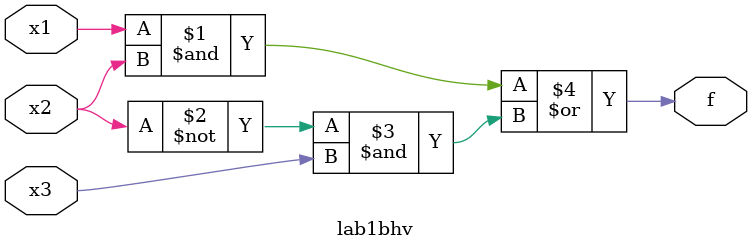
<source format=v>
module lab1bhv(x1,x2,x3,f);
input x1,x2,x3;
output f;
assign f=(x1&x2)|(~x2&x3);
endmodule

</source>
